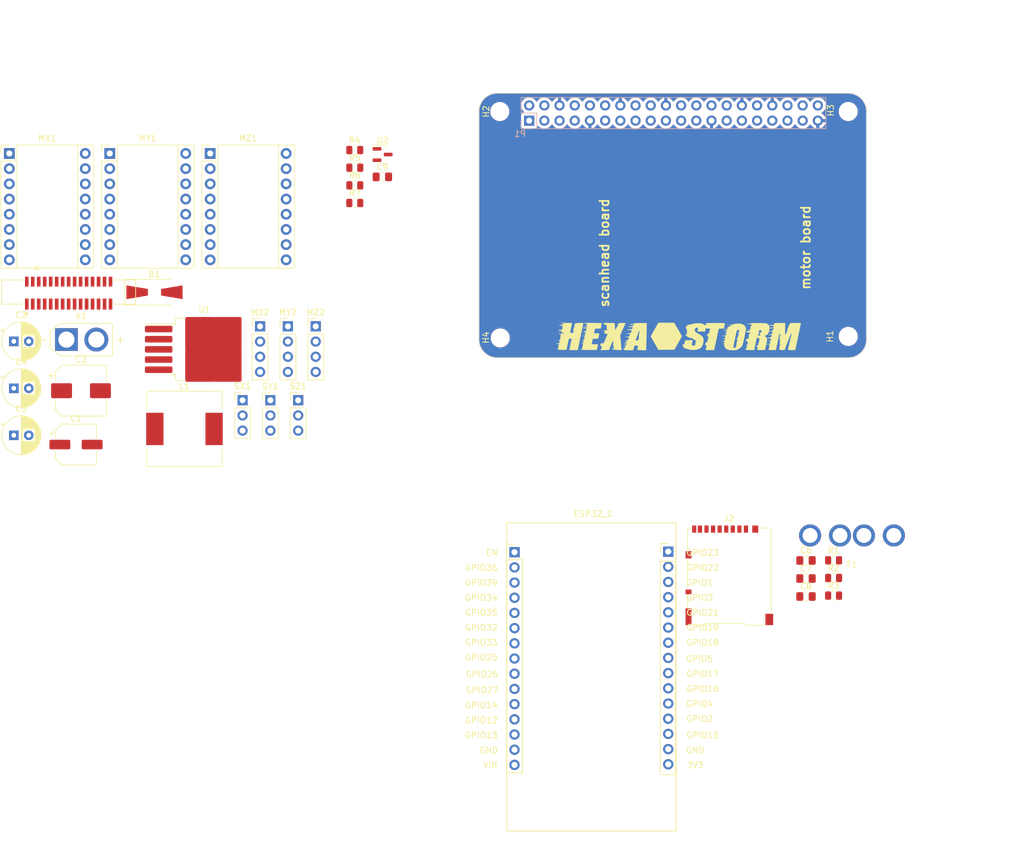
<source format=kicad_pcb>
(kicad_pcb (version 20221018) (generator pcbnew)
  (title_block (title "Firestarter") (date "2020-05-17") (rev "1") (company "Hexastorm"))
  (layers (0 "F.Cu" signal) (31 "B.Cu" signal) (34 "B.Paste" user) (35 "F.Paste" user) (36 "B.SilkS" user "B.Silkscreen") (37 "F.SilkS" user "F.Silkscreen") (38 "B.Mask" user) (39 "F.Mask" user) (44 "Edge.Cuts" user))
  (net 0 "")
  (net 1 "+12V")
  (net 2 "+5V")
  (net 3 "GND")
  (net 4 "+3.3V")
  (net 5 "Net-(D1-K)")
  (net 6 "X_PO")
  (net 7 "Y_PO")
  (net 8 "Z_PO")
  (net 9 "Net-(e1-Pin_2)")
  (net 10 "SPI_SI")
  (net 11 "POT_SDA")
  (net 12 "SPI_SS")
  (net 13 "POT_SCL")
  (net 14 "SPI_SS2")
  (net 15 "SPI_SO")
  (net 16 "SPI_SCK")
  (net 17 "X_1B")
  (net 18 "X_1A")
  (net 19 "X_DIR")
  (net 20 "X_STEP")
  (net 21 "SPI_SS3")
  (net 22 "X_2A")
  (net 23 "SPI_XOYI")
  (net 24 "ENABLE")
  (net 25 "Y_DIR")
  (net 26 "Y_STEP")
  (net 27 "Z_DIR")
  (net 28 "Z_STEP")
  (net 29 "X_2B")
  (net 31 "CFG_RST")
  (net 32 "Y_1B")
  (net 33 "Y_1A")
  (net 34 "Y_2A")
  (net 35 "SPI_YOZI")
  (net 36 "CFG_DONE")
  (net 37 "Y_2B")
  (net 39 "Z_1B")
  (net 40 "Z_1A")
  (net 41 "Z_2A")
  (net 42 "Z_2B")
  (net 50 "SD_IO3")
  (net 51 "SD_IO2")
  (net 55 "SD_MISO")
  (net 56 "SD_MOSI")
  (net 57 "Net-(J2-DAT2)")
  (net 58 "Net-(J2-DAT1)")
  (net 62 "SD_SS")
  (net 63 "SD_CLK")
  (footprint "footprints:hexastorm" (layer "F.Cu") (at 229.21 152.54)
    (fp_text reference "G1" hide)
    (fp_text value "hexastorm" hide)
  )
  (footprint "MountingHole:MountingHole_2.7mm_M2.5" (layer "F.Cu") (at 199.41 114.95)
    (fp_text reference "H2" (at -2.286 0 90) (layer "F.SilkS"))
    (fp_text value "MountingHole")
    (pad "" np_thru_hole circle (at 0 0) (size 2.7 2.7) (drill 2.7) (layers "*.Cu" "*.Mask"))
  )
  (footprint "MountingHole:MountingHole_2.7mm_M2.5" (layer "F.Cu") (at 257.658 114.948)
    (fp_text reference "H3" (at -2.921 -0.1905 90) (layer "F.SilkS"))
    (fp_text value "MountingHole")
    (pad "" np_thru_hole circle (at 0 0) (size 2.7 2.7) (drill 2.7) (layers "*.Cu" "*.Mask"))
  )
  (footprint "MountingHole:MountingHole_2.7mm_M2.5" (layer "F.Cu") (at 199.492 152.794)
    (fp_text reference "H4" (at -2.413 -0.0635 90) (layer "F.SilkS"))
    (fp_text value "MountingHole")
    (pad "" np_thru_hole circle (at 0 0) (size 2.7 2.7) (drill 2.7) (layers "*.Cu" "*.Mask"))
  )
  (footprint "MountingHole:MountingHole_2.7mm_M2.5" (layer "F.Cu") (at 257.658 152.54)
    (fp_text reference "H1" (at -3.048 0 90) (layer "F.SilkS"))
    (fp_text value "MountingHole")
    (pad "" np_thru_hole circle (at 0 0) (size 2.7 2.7) (drill 2.7) (layers "*.Cu" "*.Mask"))
  )
  (footprint "Diode_SMD:D_SMA-SMB_Universal_Handsoldering" (layer "F.Cu") (at 141.69 145.158)
    (fp_text reference "D1" (at 0 -3) (layer "F.SilkS"))
    (fp_text value "SS320-HF")
    (pad "1" smd trapezoid (at -2.9 0) (size 3.6 1.7) (rect_delta 0.6 0) (layers "F.Cu" "F.Paste" "F.Mask") (net 5 "Net-(D1-K)"))
    (pad "2" smd trapezoid (at 2.9 0 180) (size 3.6 1.7) (rect_delta 0.6 0) (layers "F.Cu" "F.Paste" "F.Mask") (net 3 "GND"))
  )
  (footprint "Connector_AMASS:AMASS_XT30U-F_1x02_P5.0mm_Vertical" (layer "F.Cu") (at 126.97 153.068)
    (fp_text reference "e1" (at 2.5 -4) (layer "F.SilkS"))
    (fp_text value "Screw_Terminal_01x02")
    (fp_text user "+" (at 9 0) (layer "F.SilkS") (effects (font (size 1.5 1.5))))
    (fp_text user "-" (at -4 0) (layer "F.SilkS") (effects (font (size 1.5 1.5))))
    (pad "1" thru_hole rect (at 0 0) (size 3.8 3.8) (drill 2.7) (layers "*.Cu" "*.Mask") (net 3 "GND"))
    (pad "2" thru_hole circle (at 5 0) (size 4 4) (drill 2.7) (layers "*.Cu" "*.Mask") (net 9 "Net-(e1-Pin_2)"))
  )
  (footprint "Capacitor_THT:CP_Radial_D6.3mm_P2.50mm" (layer "F.Cu") (at 118.175241 153.368)
    (fp_text reference "C3" (at 1.25 -4.4) (layer "F.SilkS"))
    (fp_text value "100uF")
    (pad "1" thru_hole rect (at 0 0) (size 1.6 1.6) (drill 0.8) (layers "*.Cu" "*.Mask") (net 3 "GND"))
    (pad "2" thru_hole circle (at 2.5 0) (size 1.6 1.6) (drill 0.8) (layers "*.Cu" "*.Mask") (net 1 "+12V"))
  )
  (footprint "Connector_PinHeader_2.54mm:PinHeader_1x04_P2.54mm_Vertical" (layer "F.Cu") (at 163.99 150.858)
    (fp_text reference "MY2" (at 0 -2.33) (layer "F.SilkS"))
    (fp_text value "MOLEX_2041")
    (pad "1" thru_hole rect (at 0 0) (size 1.7 1.7) (drill 1) (layers "*.Cu" "*.Mask") (net 37 "Y_2B"))
    (pad "2" thru_hole oval (at 0 2.54) (size 1.7 1.7) (drill 1) (layers "*.Cu" "*.Mask") (net 34 "Y_2A"))
    (pad "3" thru_hole oval (at 0 5.08) (size 1.7 1.7) (drill 1) (layers "*.Cu" "*.Mask") (net 33 "Y_1A"))
    (pad "4" thru_hole oval (at 0 7.62) (size 1.7 1.7) (drill 1) (layers "*.Cu" "*.Mask") (net 32 "Y_1B"))
  )
  (footprint "Connector_PinHeader_2.54mm:PinHeader_1x03_P2.54mm_Vertical" (layer "F.Cu") (at 161.06 163.208)
    (fp_text reference "SY1" (at 0 -2.33) (layer "F.SilkS"))
    (fp_text value "MOLEX_2031")
    (pad "1" thru_hole rect (at 0 0) (size 1.7 1.7) (drill 1) (layers "*.Cu" "*.Mask") (net 4 "+3.3V"))
    (pad "2" thru_hole oval (at 0 2.54) (size 1.7 1.7) (drill 1) (layers "*.Cu" "*.Mask") (net 7 "Y_PO"))
    (pad "3" thru_hole oval (at 0 5.08) (size 1.7 1.7) (drill 1) (layers "*.Cu" "*.Mask") (net 3 "GND"))
  )
  (footprint "Package_TO_SOT_SMD:SOT-23" (layer "F.Cu") (at 179.82 122.138)
    (fp_text reference "U2" (at 0 -2.4) (layer "F.SilkS"))
    (fp_text value "MCP1700x-330xxTT")
    (pad "1" smd roundrect (at -0.9375 -0.95) (size 1.475 0.6) (layers "F.Cu" "F.Paste" "F.Mask") (net 3 "GND"))
    (pad "2" smd roundrect (at -0.9375 0.95) (size 1.475 0.6) (layers "F.Cu" "F.Paste" "F.Mask") (net 4 "+3.3V"))
    (pad "3" smd roundrect (at 0.9375 0) (size 1.475 0.6) (layers "F.Cu" "F.Paste" "F.Mask") (net 2 "+5V"))
  )
  (footprint "Capacitor_SMD:C_0805_2012Metric_Pad1.18x1.45mm_HandSolder" (layer "F.Cu") (at 250.5957 196.0158)
    (fp_text reference "C8" (at 0 -1.68) (layer "F.SilkS"))
    (fp_text value "0.1uF")
    (pad "1" smd roundrect (at -1.0375 0) (size 1.175 1.45) (layers "F.Cu" "F.Paste" "F.Mask") (roundrect_rratio 0.212766) (net 3 "GND"))
    (pad "2" smd roundrect (at 1.0375 0) (size 1.175 1.45) (layers "F.Cu" "F.Paste" "F.Mask") (roundrect_rratio 0.212766) (net 8 "Z_PO"))
  )
  (footprint "footprints:TMC2130" (layer "F.Cu") (at 151 121.958)
    (fp_text reference "MZ1" (at 6.35 -2.54) (layer "F.SilkS"))
    (fp_text value "Z_STEPPER")
    (pad "1" thru_hole oval (at 12.7 17.78) (size 1.8 1.8) (drill 1.02) (layers "*.Cu" "*.Mask") (net 24 "ENABLE"))
    (pad "2" thru_hole oval (at 12.7 15.24) (size 1.8 1.8) (drill 1.02) (layers "*.Cu" "*.Mask") (net 35 "SPI_YOZI"))
    (pad "3" thru_hole oval (at 12.7 12.7) (size 1.8 1.8) (drill 1.02) (layers "*.Cu" "*.Mask") (net 16 "SPI_SCK"))
    (pad "4" thru_hole oval (at 12.7 10.16) (size 1.8 1.8) (drill 1.02) (layers "*.Cu" "*.Mask") (net 12 "SPI_SS"))
    (pad "5" thru_hole oval (at 12.7 7.62) (size 1.8 1.8) (drill 1.02) (layers "*.Cu" "*.Mask") (net 15 "SPI_SO"))
    (pad "6" thru_hole oval (at 12.7 5.08) (size 1.8 1.8) (drill 1.02) (layers "*.Cu" "*.Mask"))
    (pad "7" thru_hole oval (at 12.7 2.54) (size 1.8 1.8) (drill 1.02) (layers "*.Cu" "*.Mask") (net 28 "Z_STEP"))
    (pad "8" thru_hole oval (at 12.7 0) (size 1.8 1.8) (drill 1.02) (layers "*.Cu" "*.Mask") (net 27 "Z_DIR"))
    (pad "9" thru_hole rect (at 0 0) (size 1.8 1.8) (drill 1.02) (layers "*.Cu" "*.Mask") (net 3 "GND"))
    (pad "10" thru_hole oval (at 0 2.54) (size 1.8 1.8) (drill 1.02) (layers "*.Cu" "*.Mask") (net 4 "+3.3V"))
    (pad "11" thru_hole oval (at 0 5.08) (size 1.8 1.8) (drill 1.02) (layers "*.Cu" "*.Mask") (net 39 "Z_1B"))
    (pad "12" thru_hole oval (at 0 7.62) (size 1.8 1.8) (drill 1.02) (layers "*.Cu" "*.Mask") (net 40 "Z_1A"))
    (pad "13" thru_hole oval (at 0 10.16) (size 1.8 1.8) (drill 1.02) (layers "*.Cu" "*.Mask") (net 41 "Z_2A"))
    (pad "14" thru_hole oval (at 0 12.7) (size 1.8 1.8) (drill 1.02) (layers "*.Cu" "*.Mask") (net 42 "Z_2B"))
    (pad "15" thru_hole oval (at 0 15.24) (size 1.8 1.8) (drill 1.02) (layers "*.Cu" "*.Mask") (net 3 "GND"))
    (pad "16" thru_hole oval (at 0 17.78) (size 1.8 1.8) (drill 1.02) (layers "*.Cu" "*.Mask") (net 1 "+12V"))
  )
  (footprint "footprints:TMC2130" (layer "F.Cu") (at 134.21 121.958)
    (fp_text reference "MY1" (at 6.35 -2.54) (layer "F.SilkS"))
    (fp_text value "Y_STEPPER")
    (pad "1" thru_hole oval (at 12.7 17.78) (size 1.8 1.8) (drill 1.02) (layers "*.Cu" "*.Mask") (net 24 "ENABLE"))
    (pad "2" thru_hole oval (at 12.7 15.24) (size 1.8 1.8) (drill 1.02) (layers "*.Cu" "*.Mask") (net 23 "SPI_XOYI"))
    (pad "3" thru_hole oval (at 12.7 12.7) (size 1.8 1.8) (drill 1.02) (layers "*.Cu" "*.Mask") (net 16 "SPI_SCK"))
    (pad "4" thru_hole oval (at 12.7 10.16) (size 1.8 1.8) (drill 1.02) (layers "*.Cu" "*.Mask") (net 21 "SPI_SS3"))
    (pad "5" thru_hole oval (at 12.7 7.62) (size 1.8 1.8) (drill 1.02) (layers "*.Cu" "*.Mask") (net 35 "SPI_YOZI"))
    (pad "6" thru_hole oval (at 12.7 5.08) (size 1.8 1.8) (drill 1.02) (layers "*.Cu" "*.Mask"))
    (pad "7" thru_hole oval (at 12.7 2.54) (size 1.8 1.8) (drill 1.02) (layers "*.Cu" "*.Mask") (net 26 "Y_STEP"))
    (pad "8" thru_hole oval (at 12.7 0) (size 1.8 1.8) (drill 1.02) (layers "*.Cu" "*.Mask") (net 25 "Y_DIR"))
    (pad "9" thru_hole rect (at 0 0) (size 1.8 1.8) (drill 1.02) (layers "*.Cu" "*.Mask") (net 3 "GND"))
    (pad "10" thru_hole oval (at 0 2.54) (size 1.8 1.8) (drill 1.02) (layers "*.Cu" "*.Mask") (net 4 "+3.3V"))
    (pad "11" thru_hole oval (at 0 5.08) (size 1.8 1.8) (drill 1.02) (layers "*.Cu" "*.Mask") (net 32 "Y_1B"))
    (pad "12" thru_hole oval (at 0 7.62) (size 1.8 1.8) (drill 1.02) (layers "*.Cu" "*.Mask") (net 33 "Y_1A"))
    (pad "13" thru_hole oval (at 0 10.16) (size 1.8 1.8) (drill 1.02) (layers "*.Cu" "*.Mask") (net 34 "Y_2A"))
    (pad "14" thru_hole oval (at 0 12.7) (size 1.8 1.8) (drill 1.02) (layers "*.Cu" "*.Mask") (net 37 "Y_2B"))
    (pad "15" thru_hole oval (at 0 15.24) (size 1.8 1.8) (drill 1.02) (layers "*.Cu" "*.Mask") (net 3 "GND"))
    (pad "16" thru_hole oval (at 0 17.78) (size 1.8 1.8) (drill 1.02) (layers "*.Cu" "*.Mask") (net 1 "+12V"))
  )
  (footprint "Capacitor_SMD:CP_Elec_8x10" (layer "F.Cu") (at 129.405 161.618)
    (fp_text reference "C2" (at 0 -5.2) (layer "F.SilkS"))
    (fp_text value "220 uF")
    (pad "1" smd roundrect (at -3.25 0) (size 3.5 2.5) (layers "F.Cu" "F.Paste" "F.Mask") (roundrect_rratio 0.1) (net 2 "+5V"))
    (pad "2" smd roundrect (at 3.25 0) (size 3.5 2.5) (layers "F.Cu" "F.Paste" "F.Mask") (roundrect_rratio 0.1) (net 3 "GND"))
  )
  (footprint "Capacitor_SMD:C_0805_2012Metric_Pad1.18x1.45mm_HandSolder" (layer "F.Cu") (at 250.5957 189.9958)
    (fp_text reference "C6" (at 0 -1.68) (layer "F.SilkS"))
    (fp_text value "0.1uF")
    (pad "1" smd roundrect (at -1.0375 0) (size 1.175 1.45) (layers "F.Cu" "F.Paste" "F.Mask") (roundrect_rratio 0.212766) (net 3 "GND"))
    (pad "2" smd roundrect (at 1.0375 0) (size 1.175 1.45) (layers "F.Cu" "F.Paste" "F.Mask") (roundrect_rratio 0.212766) (net 6 "X_PO"))
  )
  (footprint "Resistor_SMD:R_0805_2012Metric" (layer "F.Cu") (at 255.2057 189.9658)
    (fp_text reference "R1" (at 0 -1.65) (layer "F.SilkS"))
    (fp_text value "10K")
    (pad "1" smd roundrect (at -0.9125 0) (size 1.025 1.4) (layers "F.Cu" "F.Paste" "F.Mask") (roundrect_rratio 0.243902) (net 4 "+3.3V"))
    (pad "2" smd roundrect (at 0.9125 0) (size 1.025 1.4) (layers "F.Cu" "F.Paste" "F.Mask") (roundrect_rratio 0.243902) (net 6 "X_PO"))
  )
  (footprint "Capacitor_SMD:C_0805_2012Metric_Pad1.18x1.45mm_HandSolder" (layer "F.Cu") (at 250.5957 193.0058)
    (fp_text reference "C7" (at 0 -1.68) (layer "F.SilkS"))
    (fp_text value "0.1uF")
    (pad "1" smd roundrect (at -1.0375 0) (size 1.175 1.45) (layers "F.Cu" "F.Paste" "F.Mask") (roundrect_rratio 0.212766) (net 3 "GND"))
    (pad "2" smd roundrect (at 1.0375 0) (size 1.175 1.45) (layers "F.Cu" "F.Paste" "F.Mask") (roundrect_rratio 0.212766) (net 7 "Y_PO"))
  )
  (footprint "Capacitor_SMD:C_0805_2012Metric_Pad1.18x1.45mm_HandSolder" (layer "F.Cu") (at 179.78 125.868)
    (fp_text reference "C9" (at 0 -1.68) (layer "F.SilkS"))
    (fp_text value "0.1U")
    (pad "1" smd roundrect (at -1.0375 0) (size 1.175 1.45) (layers "F.Cu" "F.Paste" "F.Mask") (roundrect_rratio 0.212766) (net 4 "+3.3V"))
    (pad "2" smd roundrect (at 1.0375 0) (size 1.175 1.45) (layers "F.Cu" "F.Paste" "F.Mask") (roundrect_rratio 0.212766) (net 3 "GND"))
  )
  (footprint "footprints:MCCQ-121" (layer "F.Cu") (at 258.278 185.814)
    (fp_text reference "F1" (at 0 4.826) (layer "F.SilkS"))
    (fp_text value "30A")
    (pad "1" thru_hole circle (at -7 0) (size 3.7 3.7) (drill 2.5) (layers "*.Cu" "*.Mask") (net 9 "Net-(e1-Pin_2)"))
    (pad "2" thru_hole circle (at -2 0) (size 3.7 3.7) (drill 2.5) (layers "*.Cu" "*.Mask") (net 9 "Net-(e1-Pin_2)"))
    (pad "3" thru_hole circle (at 2 0) (size 3.7 3.7) (drill 2.5) (layers "*.Cu" "*.Mask") (net 1 "+12V"))
    (pad "4" thru_hole circle (at 7 0) (size 3.7 3.7) (drill 2.5) (layers "*.Cu" "*.Mask") (net 1 "+12V"))
  )
  (footprint "Resistor_SMD:R_0805_2012Metric" (layer "F.Cu") (at 175.17 121.388)
    (fp_text reference "R4" (at 0 -1.65) (layer "F.SilkS"))
    (fp_text value "10K")
    (pad "1" smd roundrect (at -0.9125 0) (size 1.025 1.4) (layers "F.Cu" "F.Paste" "F.Mask") (roundrect_rratio 0.243902) (net 55 "SD_MISO"))
    (pad "2" smd roundrect (at 0.9125 0) (size 1.025 1.4) (layers "F.Cu" "F.Paste" "F.Mask") (roundrect_rratio 0.243902) (net 4 "+3.3V"))
  )
  (footprint "Capacitor_SMD:CP_Elec_6.3x7.7" (layer "F.Cu") (at 128.57 170.618)
    (fp_text reference "C1" (at 0 -4.35) (layer "F.SilkS"))
    (fp_text value "330 uF")
    (pad "1" smd roundrect (at -2.7 0) (size 3.5 1.6) (layers "F.Cu" "F.Paste" "F.Mask") (roundrect_rratio 0.15625) (net 1 "+12V"))
    (pad "2" smd roundrect (at 2.7 0) (size 3.5 1.6) (layers "F.Cu" "F.Paste" "F.Mask") (roundrect_rratio 0.15625) (net 3 "GND"))
  )
  (footprint "Connector_PinHeader_2.54mm:PinHeader_1x04_P2.54mm_Vertical" (layer "F.Cu") (at 159.34 150.858)
    (fp_text reference "MX2" (at 0 -2.33) (layer "F.SilkS"))
    (fp_text value "MOLEX_2041")
    (pad "1" thru_hole rect (at 0 0) (size 1.7 1.7) (drill 1) (layers "*.Cu" "*.Mask") (net 29 "X_2B"))
    (pad "2" thru_hole oval (at 0 2.54) (size 1.7 1.7) (drill 1) (layers "*.Cu" "*.Mask") (net 22 "X_2A"))
    (pad "3" thru_hole oval (at 0 5.08) (size 1.7 1.7) (drill 1) (layers "*.Cu" "*.Mask") (net 18 "X_1A"))
    (pad "4" thru_hole oval (at 0 7.62) (size 1.7 1.7) (drill 1) (layers "*.Cu" "*.Mask") (net 17 "X_1B"))
  )
  (footprint "Capacitor_THT:CP_Radial_D6.3mm_P2.50mm" (layer "F.Cu") (at 118.175241 169.068)
    (fp_text reference "C5" (at 1.25 -4.4) (layer "F.SilkS"))
    (fp_text value "100uF")
    (pad "1" thru_hole rect (at 0 0) (size 1.6 1.6) (drill 0.8) (layers "*.Cu" "*.Mask") (net 3 "GND"))
    (pad "2" thru_hole circle (at 2.5 0) (size 1.6 1.6) (drill 0.8) (layers "*.Cu" "*.Mask") (net 1 "+12V"))
  )
  (footprint "Connector_PinHeader_2.54mm:PinHeader_1x03_P2.54mm_Vertical" (layer "F.Cu") (at 165.71 163.208)
    (fp_text reference "SZ1" (at 0 -2.33) (layer "F.SilkS"))
    (fp_text value "MOLEX_2031")
    (pad "1" thru_hole rect (at 0 0) (size 1.7 1.7) (drill 1) (layers "*.Cu" "*.Mask") (net 4 "+3.3V"))
    (pad "2" thru_hole oval (at 0 2.54) (size 1.7 1.7) (drill 1) (layers "*.Cu" "*.Mask") (net 8 "Z_PO"))
    (pad "3" thru_hole oval (at 0 5.08) (size 1.7 1.7) (drill 1) (layers "*.Cu" "*.Mask") (net 3 "GND"))
  )
  (footprint "Resistor_SMD:R_0805_2012Metric" (layer "F.Cu") (at 255.2057 192.9158)
    (fp_text reference "R2" (at 0 -1.65) (layer "F.SilkS"))
    (fp_text value "10K")
    (pad "1" smd roundrect (at -0.9125 0) (size 1.025 1.4) (layers "F.Cu" "F.Paste" "F.Mask") (roundrect_rratio 0.243902) (net 4 "+3.3V"))
    (pad "2" smd roundrect (at 0.9125 0) (size 1.025 1.4) (layers "F.Cu" "F.Paste" "F.Mask") (roundrect_rratio 0.243902) (net 7 "Y_PO"))
  )
  (footprint "Connector_PinHeader_2.54mm:PinHeader_1x04_P2.54mm_Vertical" (layer "F.Cu") (at 168.64 150.858)
    (fp_text reference "MZ2" (at 0 -2.33) (layer "F.SilkS"))
    (fp_text value "MOLEX_2041")
    (pad "1" thru_hole rect (at 0 0) (size 1.7 1.7) (drill 1) (layers "*.Cu" "*.Mask") (net 42 "Z_2B"))
    (pad "2" thru_hole oval (at 0 2.54) (size 1.7 1.7) (drill 1) (layers "*.Cu" "*.Mask") (net 41 "Z_2A"))
    (pad "3" thru_hole oval (at 0 5.08) (size 1.7 1.7) (drill 1) (layers "*.Cu" "*.Mask") (net 40 "Z_1A"))
    (pad "4" thru_hole oval (at 0 7.62) (size 1.7 1.7) (drill 1) (layers "*.Cu" "*.Mask") (net 39 "Z_1B"))
  )
  (footprint "Resistor_SMD:R_0805_2012Metric" (layer "F.Cu") (at 175.17 130.238)
    (fp_text reference "R7" (at 0 -1.65) (layer "F.SilkS"))
    (fp_text value "10K")
    (pad "1" smd roundrect (at -0.9125 0) (size 1.025 1.4) (layers "F.Cu" "F.Paste" "F.Mask") (roundrect_rratio 0.243902) (net 58 "Net-(J2-DAT1)"))
    (pad "2" smd roundrect (at 0.9125 0) (size 1.025 1.4) (layers "F.Cu" "F.Paste" "F.Mask") (roundrect_rratio 0.243902) (net 4 "+3.3V"))
  )
  (footprint "Resistor_SMD:R_0805_2012Metric" (layer "F.Cu") (at 175.17 124.338)
    (fp_text reference "R5" (at 0 -1.65) (layer "F.SilkS"))
    (fp_text value "10K")
    (pad "1" smd roundrect (at -0.9125 0) (size 1.025 1.4) (layers "F.Cu" "F.Paste" "F.Mask") (roundrect_rratio 0.243902) (net 4 "+3.3V"))
    (pad "2" smd roundrect (at 0.9125 0) (size 1.025 1.4) (layers "F.Cu" "F.Paste" "F.Mask") (roundrect_rratio 0.243902) (net 56 "SD_MOSI"))
  )
  (footprint "Package_TO_SOT_SMD:TO-263-5_TabPin3" (layer "F.Cu") (at 150.04 154.708)
    (fp_text reference "U1" (at 0 -6.65) (layer "F.SilkS"))
    (fp_text value "LM2596S-5")
    (pad "1" smd roundrect (at -7.65 -3.4) (size 4.6 1.1) (layers "F.Cu" "F.Paste" "F.Mask") (roundrect_rratio 0.227273) (net 1 "+12V"))
    (pad "2" smd roundrect (at -7.65 -1.7) (size 4.6 1.1) (layers "F.Cu" "F.Paste" "F.Mask") (roundrect_rratio 0.227273) (net 5 "Net-(D1-K)"))
    (pad "3" smd roundrect (at -7.65 0) (size 4.6 1.1) (layers "F.Cu" "F.Paste" "F.Mask") (roundrect_rratio 0.227273) (net 3 "GND"))
    (pad "3" smd roundrect (at -0.925 -2.775) (size 4.55 5.25) (layers "F.Cu" "F.Paste") (roundrect_rratio 0.054945) (net 3 "GND"))
    (pad "3" smd roundrect (at -0.925 2.775) (size 4.55 5.25) (layers "F.Cu" "F.Paste") (roundrect_rratio 0.054945) (net 3 "GND"))
    (pad "3" smd roundrect (at 1.5 0) (size 9.4 10.8) (layers "F.Cu" "F.Mask") (roundrect_rratio 0.026596) (net 3 "GND"))
    (pad "3" smd roundrect (at 3.925 -2.775) (size 4.55 5.25) (layers "F.Cu" "F.Paste") (roundrect_rratio 0.054945) (net 3 "GND"))
    (pad "3" smd roundrect (at 3.925 2.775) (size 4.55 5.25) (layers "F.Cu" "F.Paste") (roundrect_rratio 0.054945) (net 3 "GND"))
    (pad "4" smd roundrect (at -7.65 1.7) (size 4.6 1.1) (layers "F.Cu" "F.Paste" "F.Mask") (roundrect_rratio 0.227273) (net 2 "+5V"))
    (pad "5" smd roundrect (at -7.65 3.4) (size 4.6 1.1) (layers "F.Cu" "F.Paste" "F.Mask") (roundrect_rratio 0.227273) (net 3 "GND"))
  )
  (footprint "BeagleWire_elements_package:TE_1-1734248-5" (layer "F.Cu") (at 127.34 145.108)
    (fp_text reference "J1" (at -5.37339 -4.010418) (layer "F.SilkS") (effects (font (size 0.640643 0.640643))))
    (fp_text value "1-1734248-5")
    (pad "1" smd rect (at -7 2.025) (size 0.6 1.85) (layers "F.Cu" "F.Paste" "F.Mask") (net 3 "GND"))
    (pad "1_1" smd rect (at -7 -1.725) (size 0.6 1.65) (layers "F.Cu" "F.Paste" "F.Mask") (net 3 "GND"))
    (pad "2" smd rect (at -6 2.025) (size 0.6 1.85) (layers "F.Cu" "F.Paste" "F.Mask") (net 13 "POT_SCL"))
    (pad "2_1" smd rect (at -6 -1.725) (size 0.6 1.65) (layers "F.Cu" "F.Paste" "F.Mask") (net 13 "POT_SCL"))
    (pad "3" smd rect (at -5 2.025) (size 0.6 1.85) (layers "F.Cu" "F.Paste" "F.Mask") (net 11 "POT_SDA"))
    (pad "3_1" smd rect (at -5 -1.725) (size 0.6 1.65) (layers "F.Cu" "F.Paste" "F.Mask") (net 11 "POT_SDA"))
    (pad "4" smd rect (at -4 2.025) (size 0.6 1.85) (layers "F.Cu" "F.Paste" "F.Mask") (net 19 "X_DIR"))
    (pad "4_1" smd rect (at -4 -1.725) (size 0.6 1.65) (layers "F.Cu" "F.Paste" "F.Mask") (net 19 "X_DIR"))
    (pad "5" smd rect (at -3 2.025) (size 0.6 1.85) (layers "F.Cu" "F.Paste" "F.Mask") (net 20 "X_STEP"))
    (pad "5_1" smd rect (at -3 -1.725) (size 0.6 1.65) (layers "F.Cu" "F.Paste" "F.Mask") (net 20 "X_STEP"))
    (pad "6" smd rect (at -2 2.025) (size 0.6 1.85) (layers "F.Cu" "F.Paste" "F.Mask") (net 36 "CFG_DONE"))
    (pad "6_1" smd rect (at -2 -1.725) (size 0.6 1.65) (layers "F.Cu" "F.Paste" "F.Mask") (net 36 "CFG_DONE"))
    (pad "7" smd rect (at -1 2.025) (size 0.6 1.85) (layers "F.Cu" "F.Paste" "F.Mask") (net 31 "CFG_RST"))
    (pad "7_1" smd rect (at -1 -1.725) (size 0.6 1.65) (layers "F.Cu" "F.Paste" "F.Mask") (net 31 "CFG_RST"))
    (pad "8" smd rect (at 0 2.025) (size 0.6 1.85) (layers "F.Cu" "F.Paste" "F.Mask") (net 6 "X_PO"))
    (pad "8_1" smd rect (at 0 -1.725) (size 0.6 1.65) (layers "F.Cu" "F.Paste" "F.Mask") (net 6 "X_PO"))
    (pad "9" smd rect (at 1 2.025) (size 0.6 1.85) (layers "F.Cu" "F.Paste" "F.Mask") (net 10 "SPI_SI"))
    (pad "9_1" smd rect (at 1 -1.725) (size 0.6 1.65) (layers "F.Cu" "F.Paste" "F.Mask") (net 10 "SPI_SI"))
    (pad "10" smd rect (at 2 2.025) (size 0.6 1.85) (layers "F.Cu" "F.Paste" "F.Mask") (net 12 "SPI_SS"))
    (pad "10_1" smd rect (at 2 -1.725) (size 0.6 1.65) (layers "F.Cu" "F.Paste" "F.Mask") (net 12 "SPI_SS"))
    (pad "11" smd rect (at 3 2.025) (size 0.6 1.85) (layers "F.Cu" "F.Paste" "F.Mask") (net 14 "SPI_SS2"))
    (pad "11_1" smd rect (at 3 -1.725) (size 0.6 1.65) (layers "F.Cu" "F.Paste" "F.Mask") (net 14 "SPI_SS2"))
    (pad "12" smd rect (at 4 2.025) (size 0.6 1.85) (layers "F.Cu" "F.Paste" "F.Mask") (net 15 "SPI_SO"))
    (pad "12_1" smd rect (at 4 -1.725) (size 0.6 1.65) (layers "F.Cu" "F.Paste" "F.Mask") (net 15 "SPI_SO"))
    (pad "13" smd rect (at 5 2.025) (size 0.6 1.85) (layers "F.Cu" "F.Paste" "F.Mask") (net 51 "SD_IO2"))
    (pad "13_1" smd rect (at 5 -1.725) (size 0.6 1.65) (layers "F.Cu" "F.Paste" "F.Mask") (net 51 "SD_IO2"))
    (pad "14" smd rect (at 6 2.025) (size 0.6 1.85) (layers "F.Cu" "F.Paste" "F.Mask") (net 16 "SPI_SCK"))
    (pad "14_1" smd rect (at 6 -1.725) (size 0.6 1.65) (layers "F.Cu" "F.Paste" "F.Mask") (net 16 "SPI_SCK"))
    (pad "15" smd rect (at 7 2.025) (size 0.6 1.85) (layers "F.Cu" "F.Paste" "F.Mask") (net 50 "SD_IO3"))
    (pad "15_1" smd rect (at 7 -1.725) (size 0.6 1.65) (layers "F.Cu" "F.Paste" "F.Mask") (net 50 "SD_IO3"))
  )
  (footprint "Capacitor_THT:CP_Radial_D6.3mm_P2.50mm" (layer "F.Cu") (at 118.175241 161.218)
    (fp_text reference "C4" (at 1.25 -4.4) (layer "F.SilkS"))
    (fp_text value "100uF")
    (pad "1" thru_hole rect (at 0 0) (size 1.6 1.6) (drill 0.8) (layers "*.Cu" "*.Mask") (net 3 "GND"))
    (pad "2" thru_hole circle (at 2.5 0) (size 1.6 1.6) (drill 0.8) (layers "*.Cu" "*.Mask") (net 1 "+12V"))
  )
  (footprint "footprints:ESP32_Devkit_DOIT_V1" (layer "F.Cu") (at 200.5707 235.2058)
    (fp_text reference "ESP32_1" (at 14.45 -53) (layer "F.SilkS"))
    (fp_text value "ESP32_Devkit_DOIT_V1")
    (fp_text user "GPIO14" (at -4.25 -21) (layer "F.SilkS"))
    (fp_text user "GPIO4" (at 32.25 -21.25) (layer "F.SilkS"))
    (fp_text user "GPIO21" (at 32.75 -36.5) (layer "F.SilkS"))
    (fp_text user "GPIO15" (at 32.75 -16) (layer "F.SilkS"))
    (fp_text user "GPIO1" (at 32.25 -41.5) (layer "F.SilkS"))
    (fp_text user "VIN" (at -2.75 -11) (layer "F.SilkS"))
    (fp_text user "GPIO36" (at -4.25 -44) (layer "F.SilkS"))
    (fp_text user "GPIO13" (at -4.25 -16) (layer "F.SilkS"))
    (fp_text user "GPIO23" (at 32.75 -46.5) (layer "F.SilkS"))
    (fp_text user "3V3" (at 31.5 -11) (layer "F.SilkS"))
    (fp_text user "GND" (at 31.5 -13.5) (layer "F.SilkS"))
    (fp_text user "GPIO2" (at 32.25 -18.75) (layer "F.SilkS"))
    (fp_text user "GPIO18" (at 32.75 -31.5) (layer "F.SilkS"))
    (fp_text user "GPIO39" (at -4.25 -41.5) (layer "F.SilkS"))
    (fp_text user "GPIO27" (at -4.15 -23.55) (layer "F.SilkS"))
    (fp_text user "GPIO35" (at -4.25 -36.5) (layer "F.SilkS"))
    (fp_text user "GPIO5" (at 32.25 -28.75) (layer "F.SilkS"))
    (fp_text user "GPIO33" (at -4.25 -31.5) (layer "F.SilkS"))
    (fp_text user "GPIO3" (at 32.25 -39) (layer "F.SilkS"))
    (fp_text user "GPIO17" (at 32.75 -26.25) (layer "F.SilkS"))
    (fp_text user "GPIO19" (at 32.75 -34) (layer "F.SilkS"))
    (fp_text user "GND" (at -3 -13.5) (layer "F.SilkS"))
    (fp_text user "GPIO26" (at -4.15 -26.2) (layer "F.SilkS"))
    (fp_text user "GPIO22" (at 32.75 -44) (layer "F.SilkS"))
    (fp_text user "GPIO25" (at -4.25 -29) (layer "F.SilkS"))
    (fp_text user "GPIO34" (at -4.25 -39) (layer "F.SilkS"))
    (fp_text user "GPIO16" (at 32.75 -23.75) (layer "F.SilkS"))
    (fp_text user "GPIO32" (at -4.25 -34) (layer "F.SilkS"))
    (fp_text user "EN" (at -2.5 -46.5) (layer "F.SilkS"))
    (fp_text user "GPIO12" (at -4.25 -18.5) (layer "F.SilkS"))
    (pad "1" thru_hole rect (at 1.3 -46.6) (size 1.7 1.7) (drill 1) (layers "*.Cu" "*.Mask"))
    (pad "1" thru_hole rect (at 1.3 -46.6) (size 1.7 1.7) (drill 1) (layers "*.Cu" "*.Mask"))
    (pad "2" thru_hole oval (at 1.3 -44.06) (size 1.7 1.7) (drill 1) (layers "*.Cu" "*.Mask") (net 28 "Z_STEP"))
    (pad "2" thru_hole oval (at 1.3 -44.06) (size 1.7 1.7) (drill 1) (layers "*.Cu" "*.Mask") (net 28 "Z_STEP"))
    (pad "3" thru_hole oval (at 1.3 -41.52) (size 1.7 1.7) (drill 1) (layers "*.Cu" "*.Mask") (net 27 "Z_DIR"))
    (pad "3" thru_hole oval (at 1.3 -41.52) (size 1.7 1.7) (drill 1) (layers "*.Cu" "*.Mask") (net 27 "Z_DIR"))
    (pad "4" thru_hole oval (at 1.3 -38.98) (size 1.7 1.7) (drill 1) (layers "*.Cu" "*.Mask") (net 51 "SD_IO2"))
    (pad "4" thru_hole oval (at 1.3 -38.98) (size 1.7 1.7) (drill 1) (layers "*.Cu" "*.Mask") (net 51 "SD_IO2"))
    (pad "5" thru_hole oval (at 1.3 -36.44) (size 1.7 1.7) (drill 1) (layers "*.Cu" "*.Mask") (net 50 "SD_IO3"))
    (pad "5" thru_hole oval (at 1.3 -36.44) (size 1.7 1.7) (drill 1) (layers "*.Cu" "*.Mask") (net 50 "SD_IO3"))
    (pad "6" thru_hole oval (at 1.3 -33.9) (size 1.7 1.7) (drill 1) (layers "*.Cu" "*.Mask") (net 16 "SPI_SCK"))
    (pad "6" thru_hole oval (at 1.3 -33.9) (size 1.7 1.7) (drill 1) (layers "*.Cu" "*.Mask") (net 16 "SPI_SCK"))
    (pad "7" thru_hole oval (at 1.3 -31.36) (size 1.7 1.7) (drill 1) (layers "*.Cu" "*.Mask") (net 36 "CFG_DONE"))
    (pad "7" thru_hole oval (at 1.3 -31.36) (size 1.7 1.7) (drill 1) (layers "*.Cu" "*.Mask") (net 36 "CFG_DONE"))
    (pad "8" thru_hole oval (at 1.3 -28.82) (size 1.7 1.7) (drill 1) (layers "*.Cu" "*.Mask") (net 15 "SPI_SO"))
    (pad "8" thru_hole oval (at 1.3 -28.82) (size 1.7 1.7) (drill 1) (layers "*.Cu" "*.Mask") (net 15 "SPI_SO"))
    (pad "9" thru_hole oval (at 1.3 -26.28) (size 1.7 1.7) (drill 1) (layers "*.Cu" "*.Mask") (net 10 "SPI_SI"))
    (pad "9" thru_hole oval (at 1.3 -26.28) (size 1.7 1.7) (drill 1) (layers "*.Cu" "*.Mask") (net 10 "SPI_SI"))
    (pad "10" thru_hole oval (at 1.3 -23.74) (size 1.7 1.7) (drill 1) (layers "*.Cu" "*.Mask") (net 12 "SPI_SS"))
    (pad "10" thru_hole oval (at 1.3 -23.74) (size 1.7 1.7) (drill 1) (layers "*.Cu" "*.Mask") (net 12 "SPI_SS"))
    (pad "11" thru_hole oval (at 1.3 -21.2) (size 1.7 1.7) (drill 1) (layers "*.Cu" "*.Mask") (net 8 "Z_PO"))
    (pad "11" thru_hole oval (at 1.3 -21.2) (size 1.7 1.7) (drill 1) (layers "*.Cu" "*.Mask") (net 8 "Z_PO"))
    (pad "12" thru_hole oval (at 1.3 -18.66) (size 1.7 1.7) (drill 1) (layers "*.Cu" "*.Mask") (net 26 "Y_STEP"))
    (pad "12" thru_hole oval (at 1.3 -18.66) (size 1.7 1.7) (drill 1) (layers "*.Cu" "*.Mask") (net 26 "Y_STEP"))
    (pad "13" thru_hole oval (at 1.3 -16.12) (size 1.7 1.7) (drill 1) (layers "*.Cu" "*.Mask") (net 25 "Y_DIR"))
    (pad "13" thru_hole oval (at 1.3 -16.12) (size 1.7 1.7) (drill 1) (layers "*.Cu" "*.Mask") (net 25 "Y_DIR"))
    (pad "14" thru_hole oval (at 1.3 -13.58) (size 1.7 1.7) (drill 1) (layers "*.Cu" "*.Mask") (net 3 "GND"))
    (pad "14" thru_hole oval (at 1.3 -13.58) (size 1.7 1.7) (drill 1) (layers "*.Cu" "*.Mask") (net 3 "GND"))
    (pad "15" thru_hole oval (at 1.3 -11.04) (size 1.7 1.7) (drill 1) (layers "*.Cu" "*.Mask") (net 2 "+5V"))
    (pad "15" thru_hole oval (at 1.3 -11.04) (size 1.7 1.7) (drill 1) (layers "*.Cu" "*.Mask") (net 2 "+5V"))
    (pad "16" thru_hole oval (at 27 -11.14) (size 1.7 1.7) (drill 1) (layers "*.Cu" "*.Mask") (net 4 "+3.3V"))
    (pad "16" thru_hole oval (at 27 -11.14) (size 1.7 1.7) (drill 1) (layers "*.Cu" "*.Mask") (net 4 "+3.3V"))
    (pad "17" thru_hole oval (at 27 -13.68) (size 1.7 1.7) (drill 1) (layers "*.Cu" "*.Mask") (net 3 "GND"))
    (pad "17" thru_hole oval (at 27 -13.68) (size 1.7 1.7) (drill 1) (layers "*.Cu" "*.Mask") (net 3 "GND"))
    (pad "18" thru_hole oval (at 27 -16.22) (size 1.7 1.7) (drill 1) (layers "*.Cu" "*.Mask"))
    (pad "18" thru_hole oval (at 27 -16.22) (size 1.7 1.7) (drill 1) (layers "*.Cu" "*.Mask"))
    (pad "19" thru_hole oval (at 27 -18.76) (size 1.7 1.7) (drill 1) (layers "*.Cu" "*.Mask"))
    (pad "19" thru_hole oval (at 27 -18.76) (size 1.7 1.7) (drill 1) (layers "*.Cu" "*.Mask"))
    (pad "20" thru_hole oval (at 27 -21.3) (size 1.7 1.7) (drill 1) (layers "*.Cu" "*.Mask"))
    (pad "20" thru_hole oval (at 27 -21.3) (size 1.7 1.7) (drill 1) (layers "*.Cu" "*.Mask"))
    (pad "21" thru_hole oval (at 27 -23.84) (size 1.7 1.7) (drill 1) (layers "*.Cu" "*.Mask") (net 7 "Y_PO"))
    (pad "21" thru_hole oval (at 27 -23.84) (size 1.7 1.7) (drill 1) (layers "*.Cu" "*.Mask") (net 7 "Y_PO"))
    (pad "22" thru_hole oval (at 27 -26.38) (size 1.7 1.7) (drill 1) (layers "*.Cu" "*.Mask") (net 21 "SPI_SS3"))
    (pad "22" thru_hole oval (at 27 -26.38) (size 1.7 1.7) (drill 1) (layers "*.Cu" "*.Mask") (net 21 "SPI_SS3"))
    (pad "23" thru_hole oval (at 27 -28.92) (size 1.7 1.7) (drill 1) (layers "*.Cu" "*.Mask") (net 62 "SD_SS"))
    (pad "23" thru_hole oval (at 27 -28.92) (size 1.7 1.7) (drill 1) (layers "*.Cu" "*.Mask") (net 62 "SD_SS"))
    (pad "24" thru_hole oval (at 27 -31.46) (size 1.7 1.7) (drill 1) (layers "*.Cu" "*.Mask") (net 63 "SD_CLK"))
    (pad "24" thru_hole oval (at 27 -31.46) (size 1.7 1.7) (drill 1) (layers "*.Cu" "*.Mask") (net 63 "SD_CLK"))
    (pad "25" thru_hole oval (at 27 -34) (size 1.7 1.7) (drill 1) (layers "*.Cu" "*.Mask") (net 55 "SD_MISO"))
    (pad "25" thru_hole oval (at 27 -34) (size 1.7 1.7) (drill 1) (layers "*.Cu" "*.Mask") (net 55 "SD_MISO"))
    (pad "26" thru_hole oval (at 27 -36.54) (size 1.7 1.7) (drill 1) (layers "*.Cu" "*.Mask") (net 11 "POT_SDA"))
    (pad "26" thru_hole oval (at 27 -36.54) (size 1.7 1.7) (drill 1) (layers "*.Cu" "*.Mask") (net 11 "POT_SDA"))
    (pad "27" thru_hole oval (at 27 -39.08) (size 1.7 1.7) (drill 1) (layers "*.Cu" "*.Mask") (net 24 "ENABLE"))
    (pad "27" thru_hole oval (at 27 -39.08) (size 1.7 1.7) (drill 1) (layers "*.Cu" "*.Mask") (net 24 "ENABLE"))
    (pad "28" thru_hole oval (at 27 -41.62) (size 1.7 1.7) (drill 1) (layers "*.Cu" "*.Mask") (net 31 "CFG_RST"))
    (pad "28" thru_hole oval (at 27 -41.62) (size 1.7 1.7) (drill 1) (layers "*.Cu" "*.Mask") (net 31 "CFG_RST"))
    (pad "29" thru_hole oval (at 27 -44.16) (size 1.7 1.7) (drill 1) (layers "*.Cu" "*.Mask") (net 13 "POT_SCL"))
    (pad "29" thru_hole oval (at 27 -44.16) (size 1.7 1.7) (drill 1) (layers "*.Cu" "*.Mask") (net 13 "POT_SCL"))
    (pad "30" thru_hole rect (at 27 -46.7) (size 1.7 1.7) (drill 1) (layers "*.Cu" "*.Mask") (net 56 "SD_MOSI"))
    (pad "30" thru_hole rect (at 27 -46.7) (size 1.7 1.7) (drill 1) (layers "*.Cu" "*.Mask") (net 56 "SD_MOSI"))
  )
  (footprint "Resistor_SMD:R_0805_2012Metric" (layer "F.Cu") (at 175.17 127.288)
    (fp_text reference "R6" (at 0 -1.65) (layer "F.SilkS"))
    (fp_text value "10K")
    (pad "1" smd roundrect (at -0.9125 0) (size 1.025 1.4) (layers "F.Cu" "F.Paste" "F.Mask") (roundrect_rratio 0.243902) (net 4 "+3.3V"))
    (pad "2" smd roundrect (at 0.9125 0) (size 1.025 1.4) (layers "F.Cu" "F.Paste" "F.Mask") (roundrect_rratio 0.243902) (net 57 "Net-(J2-DAT2)"))
  )
  (footprint "Resistor_SMD:R_0805_2012Metric" (layer "F.Cu") (at 255.2057 195.8658)
    (fp_text reference "R3" (at 0 -1.65) (layer "F.SilkS"))
    (fp_text value "10K")
    (pad "1" smd roundrect (at -0.9125 0) (size 1.025 1.4) (layers "F.Cu" "F.Paste" "F.Mask") (roundrect_rratio 0.243902) (net 4 "+3.3V"))
    (pad "2" smd roundrect (at 0.9125 0) (size 1.025 1.4) (layers "F.Cu" "F.Paste" "F.Mask") (roundrect_rratio 0.243902) (net 8 "Z_PO"))
  )
  (footprint "footprints:TMC2130" (layer "F.Cu") (at 117.42 121.958)
    (fp_text reference "MX1" (at 6.35 -2.54) (layer "F.SilkS"))
    (fp_text value "X_STEPPER")
    (pad "1" thru_hole oval (at 12.7 17.78) (size 1.8 1.8) (drill 1.02) (layers "*.Cu" "*.Mask") (net 24 "ENABLE"))
    (pad "2" thru_hole oval (at 12.7 15.24) (size 1.8 1.8) (drill 1.02) (layers "*.Cu" "*.Mask") (net 10 "SPI_SI"))
    (pad "3" thru_hole oval (at 12.7 12.7) (size 1.8 1.8) (drill 1.02) (layers "*.Cu" "*.Mask") (net 16 "SPI_SCK"))
    (pad "4" thru_hole oval (at 12.7 10.16) (size 1.8 1.8) (drill 1.02) (layers "*.Cu" "*.Mask") (net 21 "SPI_SS3"))
    (pad "5" thru_hole oval (at 12.7 7.62) (size 1.8 1.8) (drill 1.02) (layers "*.Cu" "*.Mask") (net 23 "SPI_XOYI"))
    (pad "6" thru_hole oval (at 12.7 5.08) (size 1.8 1.8) (drill 1.02) (layers "*.Cu" "*.Mask"))
    (pad "7" thru_hole oval (at 12.7 2.54) (size 1.8 1.8) (drill 1.02) (layers "*.Cu" "*.Mask") (net 20 "X_STEP"))
    (pad "8" thru_hole oval (at 12.7 0) (size 1.8 1.8) (drill 1.02) (layers "*.Cu" "*.Mask") (net 19 "X_DIR"))
    (pad "9" thru_hole rect (at 0 0) (size 1.8 1.8) (drill 1.02) (layers "*.Cu" "*.Mask") (net 3 "GND"))
    (pad "10" thru_hole oval (at 0 2.54) (size 1.8 1.8) (drill 1.02) (layers "*.Cu" "*.Mask") (net 4 "+3.3V"))
    (pad "11" thru_hole oval (at 0 5.08) (size 1.8 1.8) (drill 1.02) (layers "*.Cu" "*.Mask") (net 17 "X_1B"))
    (pad "12" thru_hole oval (at 0 7.62) (size 1.8 1.8) (drill 1.02) (layers "*.Cu" "*.Mask") (net 18 "X_1A"))
    (pad "13" thru_hole oval (at 0 10.16) (size 1.8 1.8) (drill 1.02) (layers "*.Cu" "*.Mask") (net 22 "X_2A"))
    (pad "14" thru_hole oval (at 0 12.7) (size 1.8 1.8) (drill 1.02) (layers "*.Cu" "*.Mask") (net 29 "X_2B"))
    (pad "15" thru_hole oval (at 0 15.24) (size 1.8 1.8) (drill 1.02) (layers "*.Cu" "*.Mask") (net 3 "GND"))
    (pad "16" thru_hole oval (at 0 17.78) (size 1.8 1.8) (drill 1.02) (layers "*.Cu" "*.Mask") (net 1 "+12V"))
  )
  (footprint "Connector_PinHeader_2.54mm:PinHeader_1x03_P2.54mm_Vertical" (layer "F.Cu") (at 156.41 163.208)
    (fp_text reference "SX1" (at 0 -2.33) (layer "F.SilkS"))
    (fp_text value "MOLEX_2031")
    (pad "1" thru_hole rect (at 0 0) (size 1.7 1.7) (drill 1) (layers "*.Cu" "*.Mask") (net 4 "+3.3V"))
    (pad "2" thru_hole oval (at 0 2.54) (size 1.7 1.7) (drill 1) (layers "*.Cu" "*.Mask") (net 6 "X_PO"))
    (pad "3" thru_hole oval (at 0 5.08) (size 1.7 1.7) (drill 1) (layers "*.Cu" "*.Mask") (net 3 "GND"))
  )
  (footprint "Inductor_SMD:L_12x12mm_H6mm" (layer "F.Cu") (at 146.7 168.008)
    (fp_text reference "L1" (at 0 -7.1) (layer "F.SilkS"))
    (fp_text value "33 uH")
    (pad "1" smd rect (at -4.95 0) (size 2.9 5.4) (layers "F.Cu" "F.Paste" "F.Mask") (net 5 "Net-(D1-K)"))
    (pad "2" smd rect (at 4.95 0) (size 2.9 5.4) (layers "F.Cu" "F.Paste" "F.Mask") (net 2 "+5V"))
  )
  (footprint "footprints:microSD_HC_Hirose_DM3AT-SF-PEJM5" (layer "F.Cu") (at 237.7857 192.4758)
    (fp_text reference "J2" (at -0.075 -9.525) (layer "F.SilkS"))
    (fp_text value "Micro_SD_Card_Det_Hirose_DM3AT")
    (pad "1" smd rect (at 2.775 -7.725) (size 0.7 1.2) (layers "F.Cu" "F.Paste" "F.Mask") (net 57 "Net-(J2-DAT2)"))
    (pad "2" smd rect (at 1.675 -7.725) (size 0.7 1.2) (layers "F.Cu" "F.Paste" "F.Mask") (net 62 "SD_SS"))
    (pad "3" smd rect (at 0.575 -7.725) (size 0.7 1.2) (layers "F.Cu" "F.Paste" "F.Mask") (net 56 "SD_MOSI"))
    (pad "4" smd rect (at -0.525 -7.725) (size 0.7 1.2) (layers "F.Cu" "F.Paste" "F.Mask") (net 4 "+3.3V"))
    (pad "5" smd rect (at -1.625 -7.725) (size 0.7 1.2) (layers "F.Cu" "F.Paste" "F.Mask") (net 63 "SD_CLK"))
    (pad "6" smd rect (at -2.725 -7.725) (size 0.7 1.2) (layers "F.Cu" "F.Paste" "F.Mask") (net 3 "GND"))
    (pad "7" smd rect (at -3.825 -7.725) (size 0.7 1.2) (layers "F.Cu" "F.Paste" "F.Mask") (net 55 "SD_MISO"))
    (pad "8" smd rect (at -4.925 -7.725) (size 0.7 1.2) (layers "F.Cu" "F.Paste" "F.Mask") (net 58 "Net-(J2-DAT1)"))
    (pad "9" smd rect (at -5.875 -7.725) (size 0.7 1.2) (layers "F.Cu" "F.Paste" "F.Mask"))
    (pad "10" smd rect (at -6.825 2.775) (size 1 0.8) (layers "F.Cu" "F.Paste" "F.Mask"))
    (pad "11" smd rect (at -6.825 -3.425) (size 1 1.2) (layers "F.Cu" "F.Paste" "F.Mask") (net 3 "GND"))
    (pad "11" smd rect (at -6.825 6.925) (size 1 2.8) (layers "F.Cu" "F.Paste" "F.Mask") (net 3 "GND"))
    (pad "11" smd rect (at 4.325 -7.725) (size 1 1.2) (layers "F.Cu" "F.Paste" "F.Mask") (net 3 "GND"))
    (pad "11" smd rect (at 6.675 7.375) (size 1.3 1.9) (layers "F.Cu" "F.Paste" "F.Mask") (net 3 "GND"))
  )
  (footprint "Connector_PinSocket_2.54mm:PinSocket_2x20_P2.54mm_Vertical" (layer "B.Cu") (at 204.318 116.472 -90)
    (fp_text reference "P1" (at 2.208 1.512) (layer "B.SilkS") (effects (justify mirror)))
    (fp_text value "Conn_02x20_Odd_Even")
    (pad "1" thru_hole rect (at 0 0 270) (size 1.7 1.7) (drill 1) (layers "*.Cu" "*.Mask") (net 4 "+3.3V"))
    (pad "2" thru_hole oval (at -2.54 0 270) (size 1.7 1.7) (drill 1) (layers "*.Cu" "*.Mask") (net 2 "+5V"))
    (pad "3" thru_hole oval (at 0 -2.54 270) (size 1.7 1.7) (drill 1) (layers "*.Cu" "*.Mask") (net 11 "POT_SDA"))
    (pad "4" thru_hole oval (at -2.54 -2.54 270) (size 1.7 1.7) (drill 1) (layers "*.Cu" "*.Mask") (net 2 "+5V"))
    (pad "5" thru_hole oval (at 0 -5.08 270) (size 1.7 1.7) (drill 1) (layers "*.Cu" "*.Mask") (net 13 "POT_SCL"))
    (pad "6" thru_hole oval (at -2.54 -5.08 270) (size 1.7 1.7) (drill 1) (layers "*.Cu" "*.Mask") (net 3 "GND"))
    (pad "7" thru_hole oval (at 0 -7.62 270) (size 1.7 1.7) (drill 1) (layers "*.Cu" "*.Mask"))
    (pad "8" thru_hole oval (at -2.54 -7.62 270) (size 1.7 1.7) (drill 1) (layers "*.Cu" "*.Mask") (net 26 "Y_STEP"))
    (pad "9" thru_hole oval (at 0 -10.16 270) (size 1.7 1.7) (drill 1) (layers "*.Cu" "*.Mask") (net 3 "GND"))
    (pad "10" thru_hole oval (at -2.54 -10.16 270) (size 1.7 1.7) (drill 1) (layers "*.Cu" "*.Mask") (net 25 "Y_DIR"))
    (pad "11" thru_hole oval (at 0 -12.7 270) (size 1.7 1.7) (drill 1) (layers "*.Cu" "*.Mask") (net 24 "ENABLE"))
    (pad "12" thru_hole oval (at -2.54 -12.7 270) (size 1.7 1.7) (drill 1) (layers "*.Cu" "*.Mask") (net 7 "Y_PO"))
    (pad "13" thru_hole oval (at 0 -15.24 270) (size 1.7 1.7) (drill 1) (layers "*.Cu" "*.Mask"))
    (pad "14" thru_hole oval (at -2.54 -15.24 270) (size 1.7 1.7) (drill 1) (layers "*.Cu" "*.Mask") (net 3 "GND"))
    (pad "15" thru_hole oval (at 0 -17.78 270) (size 1.7 1.7) (drill 1) (layers "*.Cu" "*.Mask"))
    (pad "16" thru_hole oval (at -2.54 -17.78 270) (size 1.7 1.7) (drill 1) (layers "*.Cu" "*.Mask"))
    (pad "17" thru_hole oval (at 0 -20.32 270) (size 1.7 1.7) (drill 1) (layers "*.Cu" "*.Mask") (net 4 "+3.3V"))
    (pad "18" thru_hole oval (at -2.54 -20.32 270) (size 1.7 1.7) (drill 1) (layers "*.Cu" "*.Mask") (net 51 "SD_IO2"))
    (pad "19" thru_hole oval (at 0 -22.86 270) (size 1.7 1.7) (drill 1) (layers "*.Cu" "*.Mask") (net 28 "Z_STEP"))
    (pad "20" thru_hole oval (at -2.54 -22.86 270) (size 1.7 1.7) (drill 1) (layers "*.Cu" "*.Mask") (net 3 "GND"))
    (pad "21" thru_hole oval (at 0 -25.4 270) (size 1.7 1.7) (drill 1) (layers "*.Cu" "*.Mask") (net 27 "Z_DIR"))
    (pad "22" thru_hole oval (at -2.54 -25.4 270) (size 1.7 1.7) (drill 1) (layers "*.Cu" "*.Mask") (net 50 "SD_IO3"))
    (pad "23" thru_hole oval (at 0 -27.94 270) (size 1.7 1.7) (drill 1) (layers "*.Cu" "*.Mask") (net 8 "Z_PO"))
    (pad "24" thru_hole oval (at -2.54 -27.94 270) (size 1.7 1.7) (drill 1) (layers "*.Cu" "*.Mask") (net 12 "SPI_SS"))
    (pad "25" thru_hole oval (at 0 -30.48 270) (size 1.7 1.7) (drill 1) (layers "*.Cu" "*.Mask") (net 3 "GND"))
    (pad "26" thru_hole oval (at -2.54 -30.48 270) (size 1.7 1.7) (drill 1) (layers "*.Cu" "*.Mask") (net 21 "SPI_SS3"))
    (pad "27" thru_hole oval (at 0 -33.02 270) (size 1.7 1.7) (drill 1) (layers "*.Cu" "*.Mask"))
    (pad "28" thru_hole oval (at -2.54 -33.02 270) (size 1.7 1.7) (drill 1) (layers "*.Cu" "*.Mask"))
    (pad "29" thru_hole oval (at 0 -35.56 270) (size 1.7 1.7) (drill 1) (layers "*.Cu" "*.Mask") (net 36 "CFG_DONE"))
    (pad "30" thru_hole oval (at -2.54 -35.56 270) (size 1.7 1.7) (drill 1) (layers "*.Cu" "*.Mask") (net 3 "GND"))
    (pad "31" thru_hole oval (at 0 -38.1 270) (size 1.7 1.7) (drill 1) (layers "*.Cu" "*.Mask"))
    (pad "32" thru_hole oval (at -2.54 -38.1 270) (size 1.7 1.7) (drill 1) (layers "*.Cu" "*.Mask"))
    (pad "33" thru_hole oval (at 0 -40.64 270) (size 1.7 1.7) (drill 1) (layers "*.Cu" "*.Mask"))
    (pad "34" thru_hole oval (at -2.54 -40.64 270) (size 1.7 1.7) (drill 1) (layers "*.Cu" "*.Mask") (net 3 "GND"))
    (pad "35" thru_hole oval (at 0 -43.18 270) (size 1.7 1.7) (drill 1) (layers "*.Cu" "*.Mask") (net 15 "SPI_SO"))
    (pad "36" thru_hole oval (at -2.54 -43.18 270) (size 1.7 1.7) (drill 1) (layers "*.Cu" "*.Mask") (net 14 "SPI_SS2"))
    (pad "37" thru_hole oval (at 0 -45.72 270) (size 1.7 1.7) (drill 1) (layers "*.Cu" "*.Mask") (net 31 "CFG_RST"))
    (pad "38" thru_hole oval (at -2.54 -45.72 270) (size 1.7 1.7) (drill 1) (layers "*.Cu" "*.Mask") (net 10 "SPI_SI"))
    (pad "39" thru_hole oval (at 0 -48.26 270) (size 1.7 1.7) (drill 1) (layers "*.Cu" "*.Mask") (net 3 "GND"))
    (pad "40" thru_hole oval (at -2.54 -48.26 270) (size 1.7 1.7) (drill 1) (layers "*.Cu" "*.Mask") (net 16 "SPI_SCK"))
  )
  (gr_arc (start 198.984 156.096) (mid 196.828739 155.203261) (end 195.936 153.048) (stroke (width 0.12)) (layer "Edge.Cuts"))
  (gr_arc (start 260.706 153.048) (mid 259.813261 155.203261) (end 257.658 156.096) (stroke (width 0.12)) (layer "Edge.Cuts"))
  (gr_arc (start 257.658 111.9) (mid 259.813261 112.792739) (end 260.706 114.948) (stroke (width 0.12)) (layer "Edge.Cuts"))
  (gr_arc (start 195.936 114.948) (mid 196.828739 112.792739) (end 198.984 111.9) (stroke (width 0.12)) (layer "Edge.Cuts"))
  (gr_line (start 198.984 111.9) (end 257.658 111.9) (stroke (width 0.12)) (layer "Edge.Cuts"))
  (gr_line (start 198.984 156.096) (end 257.658 156.096) (stroke (width 0.12)) (layer "Edge.Cuts"))
  (gr_line (start 260.706 153.048) (end 260.706 114.948) (stroke (width 0.12)) (layer "Edge.Cuts"))
  (gr_line (start 195.936 114.948) (end 195.936 153.048) (stroke (width 0.12)) (layer "Edge.Cuts"))
  (gr_text "scanhead board" (at 216.891 138.57 90) (layer "F.SilkS") (effects (font (size 1.5 1.5) (thickness 0.3))))
  (gr_text "motor board" (at 250.546 137.681 90) (layer "F.SilkS") (effects (font (size 1.5 1.5) (thickness 0.3))))
  (zone (net 3) (net_name "GND") (layer "F.Cu") (connect_pads (clearance 0.508)) (min_thickness 0.254) (fill yes (thermal_gap 0.508) (thermal_bridge_width 0.508))
    (polygon (pts (xy 260.96 156.477) (xy 194.793 156.35) (xy 195.809 111.9) (xy 260.96 111.9)))
  )
  (zone (net 3) (net_name "GND") (layer "B.Cu") (connect_pads (clearance 0.508)) (min_thickness 0.254) (fill yes (thermal_gap 0.508) (thermal_bridge_width 0.508))
    (polygon (pts (xy 260.96 156.477) (xy 194.793 156.35) (xy 195.809 111.9) (xy 260.96 111.9)))
  )
)
</source>
